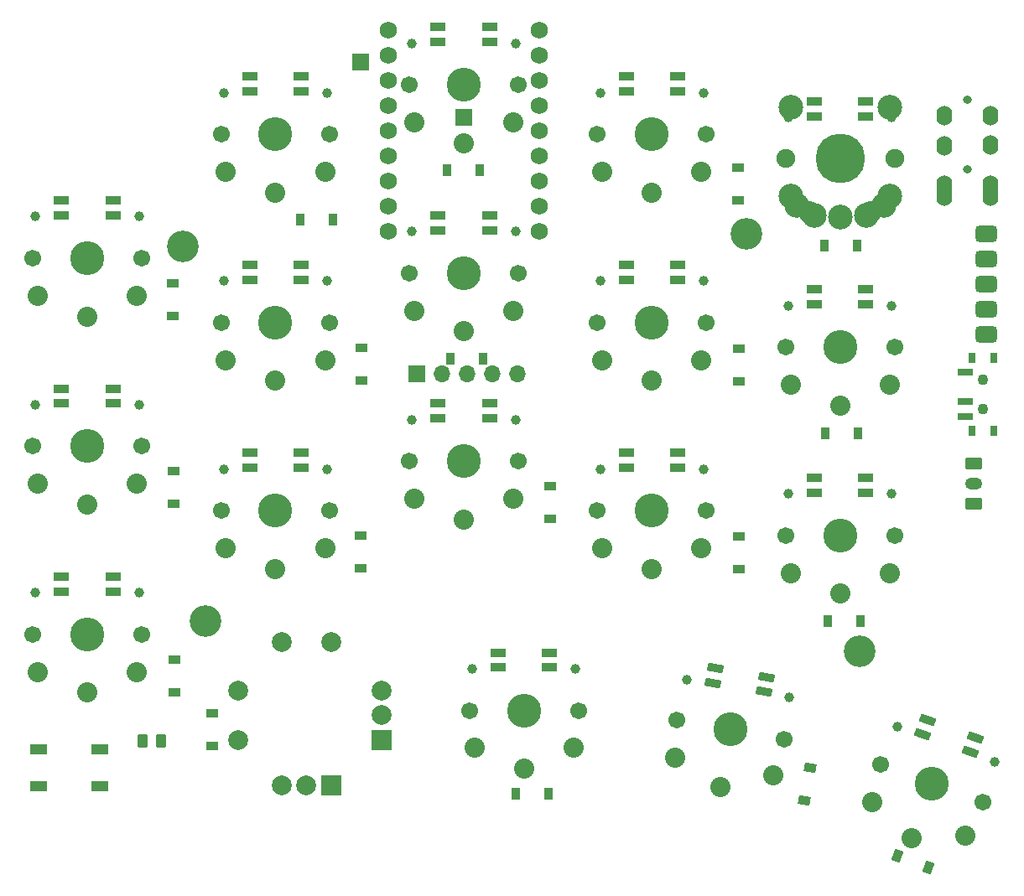
<source format=gbr>
%TF.GenerationSoftware,KiCad,Pcbnew,7.0.9*%
%TF.CreationDate,2023-12-02T05:10:56-05:00*%
%TF.ProjectId,bgkeeb,62676b65-6562-42e6-9b69-6361645f7063,rev?*%
%TF.SameCoordinates,Original*%
%TF.FileFunction,Soldermask,Bot*%
%TF.FilePolarity,Negative*%
%FSLAX46Y46*%
G04 Gerber Fmt 4.6, Leading zero omitted, Abs format (unit mm)*
G04 Created by KiCad (PCBNEW 7.0.9) date 2023-12-02 05:10:56*
%MOMM*%
%LPD*%
G01*
G04 APERTURE LIST*
G04 Aperture macros list*
%AMRoundRect*
0 Rectangle with rounded corners*
0 $1 Rounding radius*
0 $2 $3 $4 $5 $6 $7 $8 $9 X,Y pos of 4 corners*
0 Add a 4 corners polygon primitive as box body*
4,1,4,$2,$3,$4,$5,$6,$7,$8,$9,$2,$3,0*
0 Add four circle primitives for the rounded corners*
1,1,$1+$1,$2,$3*
1,1,$1+$1,$4,$5*
1,1,$1+$1,$6,$7*
1,1,$1+$1,$8,$9*
0 Add four rect primitives between the rounded corners*
20,1,$1+$1,$2,$3,$4,$5,0*
20,1,$1+$1,$4,$5,$6,$7,0*
20,1,$1+$1,$6,$7,$8,$9,0*
20,1,$1+$1,$8,$9,$2,$3,0*%
%AMRotRect*
0 Rectangle, with rotation*
0 The origin of the aperture is its center*
0 $1 length*
0 $2 width*
0 $3 Rotation angle, in degrees counterclockwise*
0 Add horizontal line*
21,1,$1,$2,0,0,$3*%
G04 Aperture macros list end*
%ADD10C,1.750000*%
%ADD11O,1.700000X1.700000*%
%ADD12R,1.700000X1.700000*%
%ADD13RoundRect,0.082000X0.718000X-0.328000X0.718000X0.328000X-0.718000X0.328000X-0.718000X-0.328000X0*%
%ADD14RoundRect,0.082000X0.650135X-0.447696X0.764049X0.198338X-0.650135X0.447696X-0.764049X-0.198338X0*%
%ADD15C,1.701800*%
%ADD16C,0.990600*%
%ADD17C,3.429000*%
%ADD18C,2.032000*%
%ADD19R,2.000000X2.000000*%
%ADD20C,2.000000*%
%ADD21C,3.200000*%
%ADD22C,0.800000*%
%ADD23O,1.600000X2.000000*%
%ADD24RoundRect,0.082000X0.562517X-0.553790X0.786882X0.062649X-0.562517X0.553790X-0.786882X-0.062649X0*%
%ADD25RoundRect,0.250000X-0.625000X0.350000X-0.625000X-0.350000X0.625000X-0.350000X0.625000X0.350000X0*%
%ADD26O,1.750000X1.200000*%
%ADD27C,1.900000*%
%ADD28C,2.500000*%
%ADD29C,2.200000*%
%ADD30C,5.000000*%
%ADD31R,0.800000X1.000000*%
%ADD32C,1.100000*%
%ADD33R,1.500000X0.700000*%
%ADD34R,1.200000X0.900000*%
%ADD35R,0.900000X1.200000*%
%ADD36RotRect,0.900000X1.200000X80.000000*%
%ADD37RotRect,0.900000X1.200000X340.000000*%
%ADD38RoundRect,0.425000X0.675000X0.425000X-0.675000X0.425000X-0.675000X-0.425000X0.675000X-0.425000X0*%
%ADD39RoundRect,0.425000X0.675000X-0.425000X0.675000X0.425000X-0.675000X0.425000X-0.675000X-0.425000X0*%
%ADD40RoundRect,0.250000X-0.262500X-0.450000X0.262500X-0.450000X0.262500X0.450000X-0.262500X0.450000X0*%
%ADD41R,1.800000X1.100000*%
G04 APERTURE END LIST*
D10*
%TO.C,U1*%
X91369593Y-34978404D03*
X91369593Y-37518404D03*
X91369593Y-40058404D03*
X91369593Y-42598404D03*
X91369593Y-45138404D03*
X91369593Y-47678404D03*
X91369593Y-50218404D03*
X91369593Y-52758404D03*
X91369593Y-55298404D03*
X106609593Y-55298404D03*
X106609593Y-52758404D03*
X106609593Y-50218404D03*
X106609593Y-47678404D03*
X106609593Y-45138404D03*
X106609593Y-42598404D03*
X106609593Y-40058404D03*
X106609593Y-37518404D03*
X106609593Y-34978404D03*
%TD*%
D11*
%TO.C,J4*%
X104450593Y-69725604D03*
X101910593Y-69725604D03*
X99370593Y-69725604D03*
X96830593Y-69725604D03*
D12*
X94290593Y-69725604D03*
%TD*%
%TO.C,J3*%
X88600993Y-38255004D03*
%TD*%
%TO.C,J2*%
X99014993Y-43817604D03*
%TD*%
D13*
%TO.C,D47*%
X82597588Y-41196489D03*
X82597588Y-39696489D03*
X77397588Y-39696489D03*
X77397588Y-41196489D03*
%TD*%
%TO.C,D48*%
X101597587Y-36196489D03*
X101597587Y-34696489D03*
X96397587Y-34696489D03*
X96397587Y-36196489D03*
%TD*%
%TO.C,D54*%
X139597585Y-43696490D03*
X139597585Y-42196490D03*
X134397585Y-42196490D03*
X134397585Y-43696490D03*
%TD*%
%TO.C,D55*%
X139597585Y-62696489D03*
X139597585Y-61196489D03*
X134397585Y-61196489D03*
X134397585Y-62696489D03*
%TD*%
%TO.C,D42*%
X63597589Y-72696487D03*
X63597589Y-71196487D03*
X58397589Y-71196487D03*
X58397589Y-72696487D03*
%TD*%
%TO.C,D46*%
X82597588Y-60196488D03*
X82597588Y-58696488D03*
X77397588Y-58696488D03*
X77397588Y-60196488D03*
%TD*%
%TO.C,D49*%
X101597587Y-55196488D03*
X101597587Y-53696488D03*
X96397587Y-53696488D03*
X96397587Y-55196488D03*
%TD*%
%TO.C,D53*%
X120597586Y-41196489D03*
X120597586Y-39696489D03*
X115397586Y-39696489D03*
X115397586Y-41196489D03*
%TD*%
%TO.C,D56*%
X139597585Y-81696488D03*
X139597585Y-80196488D03*
X134397585Y-80196488D03*
X134397585Y-81696488D03*
%TD*%
%TO.C,D43*%
X63597588Y-91696486D03*
X63597588Y-90196486D03*
X58397588Y-90196486D03*
X58397588Y-91696486D03*
%TD*%
%TO.C,D50*%
X101597586Y-74196488D03*
X101597586Y-72696488D03*
X96397586Y-72696488D03*
X96397586Y-74196488D03*
%TD*%
%TO.C,D57*%
X107678593Y-99384405D03*
X107678593Y-97884405D03*
X102478593Y-97884405D03*
X102478593Y-99384405D03*
%TD*%
D14*
%TO.C,D59*%
X129276071Y-101828025D03*
X129536543Y-100350813D03*
X124415543Y-99447843D03*
X124155070Y-100925054D03*
%TD*%
D15*
%TO.C,SW2*%
X74497588Y-45526488D03*
D16*
X74777588Y-41326488D03*
D17*
X79997588Y-45526488D03*
D16*
X85217588Y-41326488D03*
D15*
X85497588Y-45526488D03*
D18*
X79997588Y-51426488D03*
X74997588Y-49326488D03*
X84997588Y-49326488D03*
%TD*%
D15*
%TO.C,SW3*%
X93497587Y-40526488D03*
D16*
X93777587Y-36326488D03*
D17*
X98997587Y-40526488D03*
D16*
X104217587Y-36326488D03*
D15*
X104497587Y-40526488D03*
D18*
X98997587Y-46426488D03*
X93997587Y-44326488D03*
X103997587Y-44326488D03*
%TD*%
D15*
%TO.C,SW4*%
X112497586Y-45526488D03*
D16*
X112777586Y-41326488D03*
D17*
X117997586Y-45526488D03*
D16*
X123217586Y-41326488D03*
D15*
X123497586Y-45526488D03*
D18*
X117997586Y-51426488D03*
X112997586Y-49326488D03*
X122997586Y-49326488D03*
%TD*%
D15*
%TO.C,SW5*%
X131497585Y-48026489D03*
D16*
X131777585Y-43826489D03*
D17*
X136997585Y-48026489D03*
D16*
X142217585Y-43826489D03*
D15*
X142497585Y-48026489D03*
D18*
X136997585Y-53926489D03*
X131997585Y-51826489D03*
X141997585Y-51826489D03*
%TD*%
D15*
%TO.C,SW11*%
X55497589Y-77026486D03*
D16*
X55777589Y-72826486D03*
D17*
X60997589Y-77026486D03*
D16*
X66217589Y-72826486D03*
D15*
X66497589Y-77026486D03*
D18*
X60997589Y-82926486D03*
X55997589Y-80826486D03*
X65997589Y-80826486D03*
%TD*%
D15*
%TO.C,SW12*%
X74497588Y-64526487D03*
D16*
X74777588Y-60326487D03*
D17*
X79997588Y-64526487D03*
D16*
X85217588Y-60326487D03*
D15*
X85497588Y-64526487D03*
D18*
X79997588Y-70426487D03*
X74997588Y-68326487D03*
X84997588Y-68326487D03*
%TD*%
D15*
%TO.C,SW13*%
X93497587Y-59526487D03*
D16*
X93777587Y-55326487D03*
D17*
X98997587Y-59526487D03*
D16*
X104217587Y-55326487D03*
D15*
X104497587Y-59526487D03*
D18*
X98997587Y-65426487D03*
X93997587Y-63326487D03*
X103997587Y-63326487D03*
%TD*%
D15*
%TO.C,SW14*%
X112497586Y-64526487D03*
D16*
X112777586Y-60326487D03*
D17*
X117997586Y-64526487D03*
D16*
X123217586Y-60326487D03*
D15*
X123497586Y-64526487D03*
D18*
X117997586Y-70426487D03*
X112997586Y-68326487D03*
X122997586Y-68326487D03*
%TD*%
D15*
%TO.C,SW15*%
X131497585Y-67026488D03*
D16*
X131777585Y-62826488D03*
D17*
X136997585Y-67026488D03*
D16*
X142217585Y-62826488D03*
D15*
X142497585Y-67026488D03*
D18*
X136997585Y-72926488D03*
X131997585Y-70826488D03*
X141997585Y-70826488D03*
%TD*%
D15*
%TO.C,SW21*%
X55497588Y-96026485D03*
D16*
X55777588Y-91826485D03*
D17*
X60997588Y-96026485D03*
D16*
X66217588Y-91826485D03*
D15*
X66497588Y-96026485D03*
D18*
X60997588Y-101926485D03*
X55997588Y-99826485D03*
X65997588Y-99826485D03*
%TD*%
D15*
%TO.C,SW22*%
X74497587Y-83526486D03*
D16*
X74777587Y-79326486D03*
D17*
X79997587Y-83526486D03*
D16*
X85217587Y-79326486D03*
D15*
X85497587Y-83526486D03*
D18*
X79997587Y-89426486D03*
X74997587Y-87326486D03*
X84997587Y-87326486D03*
%TD*%
D15*
%TO.C,SW23*%
X93497586Y-78526487D03*
D16*
X93777586Y-74326487D03*
D17*
X98997586Y-78526487D03*
D16*
X104217586Y-74326487D03*
D15*
X104497586Y-78526487D03*
D18*
X98997586Y-84426487D03*
X93997586Y-82326487D03*
X103997586Y-82326487D03*
%TD*%
D15*
%TO.C,SW24*%
X112497586Y-83526487D03*
D16*
X112777586Y-79326487D03*
D17*
X117997586Y-83526487D03*
D16*
X123217586Y-79326487D03*
D15*
X123497586Y-83526487D03*
D18*
X117997586Y-89426487D03*
X112997586Y-87326487D03*
X122997586Y-87326487D03*
%TD*%
D15*
%TO.C,SW25*%
X131497585Y-86026487D03*
D16*
X131777585Y-81826487D03*
D17*
X136997585Y-86026487D03*
D16*
X142217585Y-81826487D03*
D15*
X142497585Y-86026487D03*
D18*
X136997585Y-91926487D03*
X131997585Y-89826487D03*
X141997585Y-89826487D03*
%TD*%
D15*
%TO.C,SW34*%
X120547231Y-104685691D03*
D16*
X121552300Y-100598120D03*
D17*
X125963674Y-105640756D03*
D16*
X131833693Y-102411007D03*
D15*
X131380117Y-106595821D03*
D18*
X124939150Y-111451122D03*
X120379772Y-108514785D03*
X130227850Y-110251266D03*
%TD*%
D15*
%TO.C,SW35*%
X141079806Y-109194845D03*
D16*
X142779404Y-105343902D03*
D17*
X146248115Y-111075956D03*
D16*
X152589795Y-108914592D03*
D15*
X151416424Y-112957067D03*
D18*
X144230196Y-116620142D03*
X140249975Y-112936687D03*
X149646902Y-116356889D03*
%TD*%
D15*
%TO.C,SW1*%
X55497589Y-58026487D03*
D16*
X55777589Y-53826487D03*
D17*
X60997589Y-58026487D03*
D16*
X66217589Y-53826487D03*
D15*
X66497589Y-58026487D03*
D18*
X60997589Y-63926487D03*
X55997589Y-61826487D03*
X65997589Y-61826487D03*
%TD*%
D13*
%TO.C,D41*%
X63597589Y-53696488D03*
X63597589Y-52196488D03*
X58397589Y-52196488D03*
X58397589Y-53696488D03*
%TD*%
%TO.C,D45*%
X82597587Y-79196487D03*
X82597587Y-77696487D03*
X77397587Y-77696487D03*
X77397587Y-79196487D03*
%TD*%
D19*
%TO.C,SW42*%
X90741593Y-106693404D03*
D20*
X90741593Y-101693404D03*
X90741593Y-104193404D03*
X76241593Y-101693404D03*
X76241593Y-106693404D03*
%TD*%
D13*
%TO.C,D51*%
X120597586Y-79196488D03*
X120597586Y-77696488D03*
X115397586Y-77696488D03*
X115397586Y-79196488D03*
%TD*%
D15*
%TO.C,SW6*%
X99578593Y-103714404D03*
D16*
X99858593Y-99514404D03*
D17*
X105078593Y-103714404D03*
D16*
X110298593Y-99514404D03*
D15*
X110578593Y-103714404D03*
D18*
X105078593Y-109614404D03*
X100078593Y-107514404D03*
X110078593Y-107514404D03*
%TD*%
D21*
%TO.C,*%
X138994593Y-97716404D03*
%TD*%
%TO.C,*%
X72954593Y-94668404D03*
%TD*%
D22*
%TO.C,U3*%
X149840393Y-42039404D03*
X149840393Y-49039404D03*
D23*
X147540393Y-51739404D03*
X152140393Y-50639404D03*
X152140393Y-46639404D03*
X152140393Y-43639404D03*
%TD*%
D13*
%TO.C,D52*%
X120597586Y-60196488D03*
X120597586Y-58696488D03*
X115397586Y-58696488D03*
X115397586Y-60196488D03*
%TD*%
D24*
%TO.C,D60*%
X150172263Y-107896340D03*
X150685293Y-106486801D03*
X145798891Y-104708297D03*
X145285861Y-106117836D03*
%TD*%
D21*
%TO.C,*%
X127564593Y-55552404D03*
%TD*%
D25*
%TO.C,BATJ1*%
X150486993Y-78800004D03*
X150486993Y-82800004D03*
D26*
X150486993Y-80800004D03*
%TD*%
D21*
%TO.C,*%
X70668593Y-56822404D03*
%TD*%
D27*
%TO.C,SW\u002A*%
X131509593Y-47951604D03*
D28*
X132009593Y-42801604D03*
D29*
X133909593Y-53351604D03*
D30*
X137009593Y-47951604D03*
D29*
X140109593Y-53351604D03*
D28*
X142009593Y-42801604D03*
D27*
X142509593Y-47951604D03*
D28*
X134409593Y-53701604D03*
X137009593Y-53851604D03*
X139609593Y-53701604D03*
X132009593Y-51751604D03*
X132609593Y-52651604D03*
X141409593Y-52651604D03*
X142009593Y-51751604D03*
%TD*%
D31*
%TO.C,SW_POWER1*%
X150305793Y-75431204D03*
X152515793Y-75431204D03*
D32*
X151415793Y-73281204D03*
X151415793Y-70281204D03*
D31*
X150305793Y-68131204D03*
X152515793Y-68131204D03*
D33*
X149655793Y-69531204D03*
X149655793Y-72531204D03*
X149655793Y-74031204D03*
%TD*%
D34*
%TO.C,D1*%
X69665293Y-63857204D03*
X69665293Y-60557204D03*
%TD*%
D35*
%TO.C,D2*%
X85818693Y-54168104D03*
X82518693Y-54168104D03*
%TD*%
%TO.C,D3*%
X97326893Y-49100804D03*
X100626893Y-49100804D03*
%TD*%
D34*
%TO.C,D4*%
X126726393Y-52160504D03*
X126726393Y-48860504D03*
%TD*%
%TO.C,D11*%
X69677993Y-82869104D03*
X69677993Y-79569104D03*
%TD*%
%TO.C,D12*%
X88677193Y-70359604D03*
X88677193Y-67059604D03*
%TD*%
D35*
%TO.C,D13*%
X97631693Y-68201604D03*
X100931693Y-68201604D03*
%TD*%
D34*
%TO.C,D14*%
X126802593Y-70448504D03*
X126802593Y-67148504D03*
%TD*%
D35*
%TO.C,D15*%
X135477693Y-75694604D03*
X138777693Y-75694604D03*
%TD*%
D34*
%TO.C,D21*%
X69779593Y-101919104D03*
X69779593Y-98619104D03*
%TD*%
%TO.C,D22*%
X88613693Y-89371504D03*
X88613693Y-86071504D03*
%TD*%
%TO.C,D23*%
X107752593Y-84367704D03*
X107752593Y-81067704D03*
%TD*%
%TO.C,D24*%
X126739093Y-89396904D03*
X126739093Y-86096904D03*
%TD*%
D35*
%TO.C,D25*%
X135757093Y-94693804D03*
X139057093Y-94693804D03*
%TD*%
D36*
%TO.C,D34*%
X133374074Y-112790637D03*
X133947112Y-109540771D03*
%TD*%
D37*
%TO.C,D35*%
X142778100Y-118424571D03*
X145879086Y-119553237D03*
%TD*%
D38*
%TO.C,J1*%
X151745393Y-55577804D03*
D39*
X151745393Y-58117804D03*
X151745393Y-60657804D03*
X151745393Y-63197804D03*
X151745393Y-65737804D03*
%TD*%
D34*
%TO.C,D81*%
X73589593Y-107291204D03*
X73589593Y-103991204D03*
%TD*%
D35*
%TO.C,D6*%
X104222993Y-112118204D03*
X107522993Y-112118204D03*
%TD*%
D22*
%TO.C,U4*%
X149851793Y-49067804D03*
X149851793Y-42067804D03*
D23*
X152151793Y-51767804D03*
X147551793Y-50667804D03*
X147551793Y-46667804D03*
X147551793Y-43667804D03*
%TD*%
D19*
%TO.C,SW7*%
X85614593Y-111312404D03*
D20*
X80614593Y-111312404D03*
X83114593Y-111312404D03*
X80614593Y-96812404D03*
X85614593Y-96812404D03*
%TD*%
D35*
%TO.C,D5*%
X135452293Y-56733504D03*
X138752293Y-56733504D03*
%TD*%
D40*
%TO.C,R1*%
X66604593Y-106809604D03*
X68429593Y-106809604D03*
%TD*%
D41*
%TO.C,SW8*%
X62262393Y-107626604D03*
X56062393Y-111326604D03*
X62262393Y-111326604D03*
X56062393Y-107626604D03*
%TD*%
M02*

</source>
